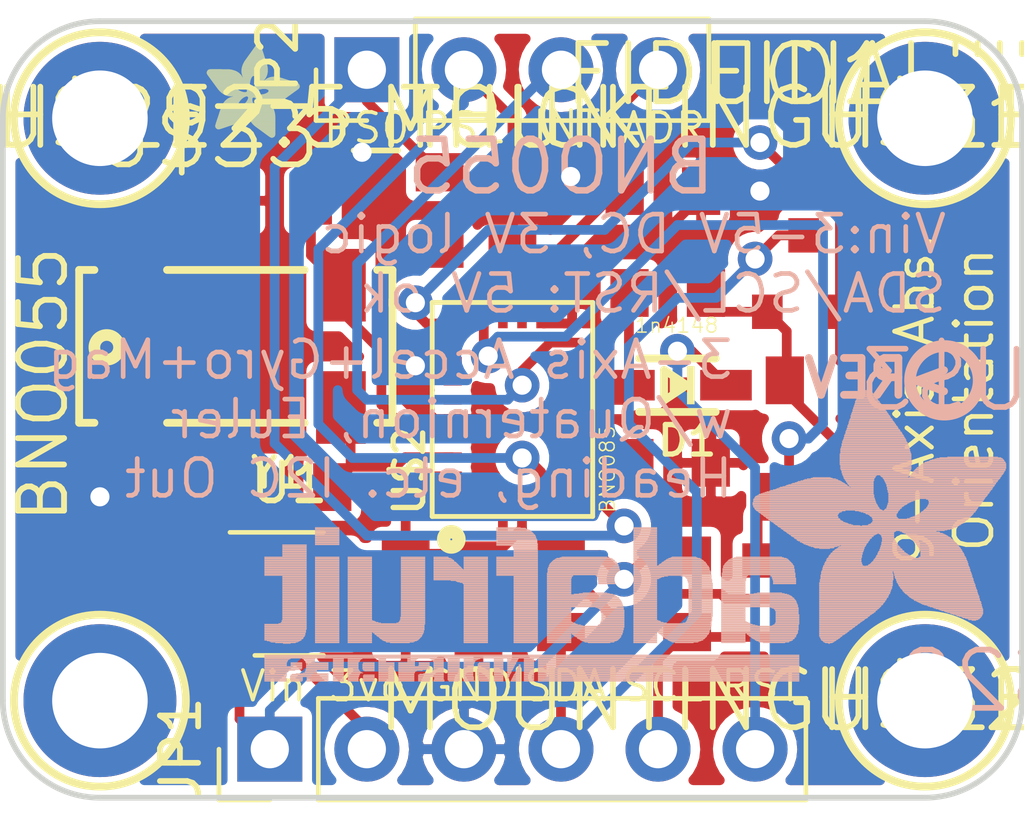
<source format=kicad_pcb>
(kicad_pcb (version 4) (host pcbnew 4.0.7-e1-6374~58~ubuntu17.04.1)
  (layers (0 Top signal) (31 Bottom signal) (34 B.Paste user) (35 F.Paste user) (36 B.SilkS user hide) (37 F.SilkS user hide) (38 B.Mask user) (39 F.Mask user) (44 Edge.Cuts user))
  (net 0 "")
  (net 1 GND)
  (net 2 /N$1)
  (net 3 /N$2)
  (net 4 +3V3)
  (net 5 +5V)
  (net 6 /SCL_5V)
  (net 7 /RST_5V)
  (net 8 /PS0_3V)
  (net 9 /PS1_3V)
  (net 10 /INT_3V)
  (net 11 /I2CADDR_3V)
  (net 12 /SDA_3V)
  (net 13 /SCL_3V)
  (net 14 /NRESET_3V)
  (net 15 /SDA_5V)
  (net 16 /N$3)
  (module FIDUCIAL_1MM (layer Top) (at 147.828 82.677)
    (fp_text reference FID1 (at 0 0) (layer F.SilkS))
    (fp_text value FIDUCIAL"" (at 0 0) (layer F.SilkS))
    (pad 1 smd circle (at 0 0) (size 1 1) (layers Top F.Paste F.Mask))
  )
  (module FIDUCIAL_1MM (layer Top) (at 128.651 95.758)
    (fp_text reference FID2 hide)
    (fp_text value FIDUCIAL"" hide)
    (pad 1 smd circle (at 0 0) (size 1 1) (layers Top F.Paste F.Mask))
  )
  (module MOUNTINGHOLE_2.5_PLATED_THICK (layer Top) (at 129.54 83.82)
    (fp_text reference U$29 (at 0 0) (layer F.SilkS))
    (fp_text value MOUNTINGHOLE2.5_THICK (at 0 0) (layer F.SilkS))
    (pad P$1 thru_hole circle (at 0 0) (size 4 4) (drill 2.5) (layers *.Cu *.Mask))
  )
  (module MOUNTINGHOLE_2.5_PLATED_THICK (layer Top) (at 129.54 99.06)
    (fp_text reference U$30 hide)
    (fp_text value MOUNTINGHOLE2.5_THICK hide)
    (pad P$1 thru_hole circle (at 0 0) (size 4 4) (drill 2.5) (layers *.Cu *.Mask))
  )
  (module MOUNTINGHOLE_2.5_PLATED_THICK (layer Top) (at 151.13 83.82)
    (fp_text reference U$31 (at 0 0) (layer F.SilkS))
    (fp_text value MOUNTINGHOLE2.5_THICK (at 0 0) (layer F.SilkS))
    (pad P$1 thru_hole circle (at 0 0) (size 4 4) (drill 2.5) (layers *.Cu *.Mask))
  )
  (module MOUNTINGHOLE_2.5_PLATED_THICK (layer Top) (at 151.13 99.06)
    (fp_text reference U$32 (at 0 0) (layer F.SilkS))
    (fp_text value MOUNTINGHOLE2.5_THICK (at 0 0) (layer F.SilkS))
    (pad P$1 thru_hole circle (at 0 0) (size 4 4) (drill 2.5) (layers *.Cu *.Mask))
  )
  (module PCBFEAT-REV-040 (layer Bottom) (at 151.638 90.678 180)
    (fp_text reference U$3 (at 0 0 180) (layer B.SilkS) (effects (justify mirror)))
    (fp_text value "" (at 0 0 180) (layer B.SilkS) (effects (justify mirror)))
    (fp_text user >REV (at -0.3556 -0.508 180) (layer B.SilkS) (effects (font (size 0.9652 0.9652) (thickness 0.2032)) (justify left bottom mirror)))
  )
  (module ADAFRUIT_TEXT_20MM (layer Bottom) (at 153.416 98.552 180)
    (fp_text reference U$28 (at 0 0 180) (layer B.SilkS) (effects (justify mirror)))
    (fp_text value "" (at 0 0 180) (layer B.SilkS) (effects (justify mirror)))
  )
  (module ADAFRUIT_2.5MM (layer Top) (at 132.334 84.328)
    (fp_text reference U$33 (at 0 0) (layer F.SilkS))
    (fp_text value "" (at 0 0) (layer F.SilkS))
  )
  (module KwanSystems:SMD_0805 (layer Top) (at 144.399 88.392 180)
    (fp_text reference R10)
    (fp_text value 10K)
    (pad 1 smd rect (at -1 0 180) (size 1 1.25) (layers Top F.Paste F.Mask) (net 4 +3V3))
    (pad 2 smd rect (at 1 0 180) (size 1 1.25) (layers Top F.Paste F.Mask) (net 14 /NRESET_3V))
  )
  (module KwanSystems:SMD_0805 (layer Top) (at 131.318 94.488 90)
    (fp_text reference C5)
    (fp_text value 10uF)
    (pad 1 smd rect (at -1 0 90) (size 1 1.25) (layers Top F.Paste F.Mask) (net 5 +5V))
    (pad 2 smd rect (at 1 0 90) (size 1 1.25) (layers Top F.Paste F.Mask) (net 1 GND))
  )
  (module KwanSystems:SMD_0805 (layer Top) (at 144.526 92.837 180)
    (fp_text reference C3)
    (fp_text value 0.1uF)
    (pad 1 smd rect (at -1 0 180) (size 1 1.25) (layers Top F.Paste F.Mask) (net 1 GND))
    (pad 2 smd rect (at 1 0 180) (size 1 1.25) (layers Top F.Paste F.Mask) (net 16 /N$3))
  )
  (module KwanSystems:SMD_0805 (layer Top) (at 134.112 85.979)
    (fp_text reference C2)
    (fp_text value 22pF)
    (pad 1 smd rect (at -1 0) (size 1 1.25) (layers Top F.Paste F.Mask) (net 1 GND))
    (pad 2 smd rect (at 1 0) (size 1 1.25) (layers Top F.Paste F.Mask) (net 3 /N$2))
  )
  (module KwanSystems:SMD_0805 (layer Top) (at 134.62 93.472)
    (fp_text reference C1)
    (fp_text value 22pF)
    (pad 1 smd rect (at -1 0) (size 1 1.25) (layers Top F.Paste F.Mask) (net 1 GND))
    (pad 2 smd rect (at 1 0) (size 1 1.25) (layers Top F.Paste F.Mask) (net 2 /N$1))
  )
  (module KwanSystems:SMD_0805 (layer Top) (at 148.209 93.726 180)
    (fp_text reference R7)
    (fp_text value 10K)
    (pad 1 smd rect (at -1 0 180) (size 1 1.25) (layers Top F.Paste F.Mask) (net 4 +3V3))
    (pad 2 smd rect (at 1 0 180) (size 1 1.25) (layers Top F.Paste F.Mask) (net 13 /SCL_3V))
  )
  (module KwanSystems:SMD_0805 (layer Top) (at 148.463 90.678)
    (fp_text reference R6)
    (fp_text value 10K)
    (pad 1 smd rect (at -1 0) (size 1 1.25) (layers Top F.Paste F.Mask) (net 4 +3V3))
    (pad 2 smd rect (at 1 0) (size 1 1.25) (layers Top F.Paste F.Mask) (net 12 /SDA_3V))
  )
  (module KwanSystems:SMD_0805 (layer Top) (at 144.272 85.725)
    (fp_text reference R5)
    (fp_text value 10K)
    (pad 1 smd rect (at -1 0) (size 1 1.25) (layers Top F.Paste F.Mask) (net 11 /I2CADDR_3V))
    (pad 2 smd rect (at 1 0) (size 1 1.25) (layers Top F.Paste F.Mask) (net 1 GND))
  )
  (module KwanSystems:SMD_0805 (layer Top) (at 140.335 86.36 270)
    (fp_text reference R4)
    (fp_text value 10K)
    (pad 1 smd rect (at -1 0 270) (size 1 1.25) (layers Top F.Paste F.Mask) (net 9 /PS1_3V))
    (pad 2 smd rect (at 1 0 270) (size 1 1.25) (layers Top F.Paste F.Mask) (net 1 GND))
  )
  (module KwanSystems:SMD_0805 (layer Top) (at 138.43 86.233 270)
    (fp_text reference R3)
    (fp_text value 10K)
    (pad 1 smd rect (at -1 0 270) (size 1 1.25) (layers Top F.Paste F.Mask) (net 8 /PS0_3V))
    (pad 2 smd rect (at 1 0 270) (size 1 1.25) (layers Top F.Paste F.Mask) (net 1 GND))
  )
  (module TO_SOT_Packages_SMD:SOT-23-5 (layer Top) (at 134.493 96.266)
    (fp_text reference U1 (at 0 -2.9) (layer F.SilkS))
    (fp_text value MIC5225)
    (pad 1 smd rect (at -1.1 -0.95) (size 1.06 0.65) (layers Top F.Paste F.Mask) (net 5 +5V))
    (pad 2 smd rect (at -1.1 0) (size 1.06 0.65) (layers Top F.Paste F.Mask) (net 1 GND))
    (pad 3 smd rect (at -1.1 0.95) (size 1.06 0.65) (layers Top F.Paste F.Mask) (net 5 +5V))
    (pad 4 smd rect (at 1.1 0.95) (size 1.06 0.65) (layers Top F.Paste F.Mask))
    (pad 5 smd rect (at 1.1 -0.95) (size 1.06 0.65) (layers Top F.Paste F.Mask) (net 4 +3V3))
  )
  (module KwanSystems:SOD-323 (layer Top) (at 144.653 90.805 180)
    (fp_text reference D1 (at -1.1 -1 360) (layer F.SilkS) (effects (font (size 0.77216 0.77216) (thickness 0.138988)) (justify right top)))
    (fp_text value 1n4148 (at -1.1 1.792 360) (layer F.SilkS) (effects (font (size 0.38608 0.38608) (thickness 0.038608)) (justify right top)))
    (pad 1 smd rect (at -1.27 0 180) (size 1.35 0.8) (layers Top F.Paste F.Mask) (net 7 /RST_5V))
    (pad 2 smd rect (at 1.27 0 180) (size 1.35 0.8) (layers Top F.Paste F.Mask) (net 14 /NRESET_3V))
  )
  (module KwanSystems:SOT-23 (layer Top) (at 147.955 87.884 90)
    (fp_text reference Q1 hide)
    (fp_text value BSS138)
    (pad 1 smd rect (at -1 -0.95 90) (size 0.9 0.8) (layers Top F.Paste F.Mask) (net 4 +3V3))
    (pad 2 smd rect (at -1 0.95 90) (size 0.9 0.8) (layers Top F.Paste F.Mask) (net 12 /SDA_3V))
    (pad 3 smd rect (at 1 0 90) (size 0.9 0.8) (layers Top F.Paste F.Mask) (net 15 /SDA_5V))
  )
  (module KwanSystems:SOT-23 (layer Top) (at 147.701 96.393 270)
    (fp_text reference Q2 hide)
    (fp_text value BSS138)
    (pad 1 smd rect (at -1 -0.95 270) (size 0.9 0.8) (layers Top F.Paste F.Mask) (net 4 +3V3))
    (pad 2 smd rect (at -1 0.95 270) (size 0.9 0.8) (layers Top F.Paste F.Mask) (net 13 /SCL_3V))
    (pad 3 smd rect (at 1 0 270) (size 0.9 0.8) (layers Top F.Paste F.Mask) (net 6 /SCL_5V))
  )
  (module Pin_Headers:Pin_Header_Straight_1x04_Pitch2.54mm (layer Top) (at 136.525 82.55 90)
    (fp_text reference JP2 (at 0 -2.33 90) (layer F.SilkS))
    (fp_text value ~)
    (pad 1 thru_hole rect (at 0 0 90) (size 1.7 1.7) (drill 1) (layers *.Cu *.Mask) (net 8 /PS0_3V))
    (pad 2 thru_hole oval (at 0 2.54 90) (size 1.7 1.7) (drill 1) (layers *.Cu *.Mask) (net 9 /PS1_3V))
    (pad 3 thru_hole oval (at 0 5.08 90) (size 1.7 1.7) (drill 1) (layers *.Cu *.Mask) (net 10 /INT_3V))
    (pad 4 thru_hole oval (at 0 7.62 90) (size 1.7 1.7) (drill 1) (layers *.Cu *.Mask) (net 11 /I2CADDR_3V))
  )
  (module KwanSystems:SMD_0805 (layer Top) (at 137.541 96.266 270)
    (fp_text reference C6)
    (fp_text value 10uF)
    (pad 1 smd rect (at -1 0 270) (size 1 1.25) (layers Top F.Paste F.Mask) (net 4 +3V3))
    (pad 2 smd rect (at 1 0 270) (size 1 1.25) (layers Top F.Paste F.Mask) (net 1 GND))
  )
  (module KwanSystems:SMD_0805 (layer Top) (at 139.446 96.393 90)
    (fp_text reference C4)
    (fp_text value 0.1uF)
    (pad 1 smd rect (at -1 0 90) (size 1 1.25) (layers Top F.Paste F.Mask) (net 1 GND))
    (pad 2 smd rect (at 1 0 90) (size 1 1.25) (layers Top F.Paste F.Mask) (net 4 +3V3))
  )
  (module KwanSystems:SMD_0805 (layer Top) (at 144.907 96.266 270)
    (fp_text reference R9)
    (fp_text value 10K)
    (pad 1 smd rect (at -1 0 270) (size 1 1.25) (layers Top F.Paste F.Mask) (net 5 +5V))
    (pad 2 smd rect (at 1 0 270) (size 1 1.25) (layers Top F.Paste F.Mask) (net 6 /SCL_5V))
  )
  (module KwanSystems:SMD_0805 (layer Top) (at 141.605 96.266 270)
    (fp_text reference R8)
    (fp_text value 10K)
    (pad 1 smd rect (at -1 0 270) (size 1 1.25) (layers Top F.Paste F.Mask) (net 5 +5V))
    (pad 2 smd rect (at 1 0 270) (size 1 1.25) (layers Top F.Paste F.Mask) (net 15 /SDA_5V))
  )
  (module Pin_Headers:Pin_Header_Straight_1x06_Pitch2.54mm (layer Top) (at 133.985 100.33 90)
    (fp_text reference JP1 (at 0 -2.33 90) (layer F.SilkS))
    (fp_text value ~)
    (pad 1 thru_hole rect (at 0 0 90) (size 1.7 1.7) (drill 1) (layers *.Cu *.Mask) (net 5 +5V))
    (pad 2 thru_hole oval (at 0 2.54 90) (size 1.7 1.7) (drill 1) (layers *.Cu *.Mask) (net 4 +3V3))
    (pad 3 thru_hole oval (at 0 5.08 90) (size 1.7 1.7) (drill 1) (layers *.Cu *.Mask) (net 1 GND))
    (pad 4 thru_hole oval (at 0 7.62 90) (size 1.7 1.7) (drill 1) (layers *.Cu *.Mask) (net 15 /SDA_5V))
    (pad 5 thru_hole oval (at 0 10.16 90) (size 1.7 1.7) (drill 1) (layers *.Cu *.Mask) (net 6 /SCL_5V))
    (pad 6 thru_hole oval (at 0 12.7 90) (size 1.7 1.7) (drill 1) (layers *.Cu *.Mask) (net 7 /RST_5V))
  )
  (module KwanSystems:BNO055 (layer Top) (at 140.335 91.44 90)
    (fp_text reference U$2 (at -2.84 -2.248 90) (layer F.SilkS) (effects (font (size 0.77216 0.77216) (thickness 0.138988)) (justify left bottom)))
    (fp_text value BNO085 (at -2.74 2.71 90) (layer F.SilkS) (effects (font (size 0.38608 0.38608) (thickness 0.038608)) (justify left bottom)))
    (pad 1 smd rect (at -2.25 -1.5625 90) (size 0.25 0.475) (layers Top F.Paste F.Mask))
    (pad 2 smd rect (at -2.3125 -0.75 90) (size 0.375 0.25) (layers Top F.Paste F.Mask) (net 1 GND))
    (pad 3 smd rect (at -2.3125 -0.25 90) (size 0.375 0.25) (layers Top F.Paste F.Mask) (net 4 +3V3))
    (pad 4 smd rect (at -2.3125 0.25 90) (size 0.375 0.25) (layers Top F.Paste F.Mask) (net 4 +3V3))
    (pad 5 smd rect (at -2.3125 0.75 90) (size 0.375 0.25) (layers Top F.Paste F.Mask) (net 9 /PS1_3V))
    (pad 6 smd rect (at -2.25 1.5625 90) (size 0.25 0.475) (layers Top F.Paste F.Mask) (net 8 /PS0_3V))
    (pad 7 smd rect (at -1.75 1.5625 90) (size 0.25 0.475) (layers Top F.Paste F.Mask))
    (pad 8 smd rect (at -1.25 1.5625 90) (size 0.25 0.475) (layers Top F.Paste F.Mask))
    (pad 9 smd rect (at -0.75 1.5625 90) (size 0.25 0.475) (layers Top F.Paste F.Mask) (net 16 /N$3))
    (pad 10 smd rect (at -0.25 1.5625 90) (size 0.25 0.475) (layers Top F.Paste F.Mask) (net 1 GND))
    (pad 11 smd rect (at 0.25 1.5625 90) (size 0.25 0.475) (layers Top F.Paste F.Mask) (net 14 /NRESET_3V))
    (pad 12 smd rect (at 0.75 1.5625 90) (size 0.25 0.475) (layers Top F.Paste F.Mask))
    (pad 13 smd rect (at 1.25 1.5625 90) (size 0.25 0.475) (layers Top F.Paste F.Mask))
    (pad 14 smd rect (at 1.75 1.5625 90) (size 0.25 0.475) (layers Top F.Paste F.Mask) (net 10 /INT_3V))
    (pad 15 smd rect (at 2.25 1.5625 90) (size 0.25 0.475) (layers Top F.Paste F.Mask) (net 1 GND))
    (pad 16 smd rect (at 2.3125 0.75 90) (size 0.375 0.25) (layers Top F.Paste F.Mask) (net 1 GND))
    (pad 17 smd rect (at 2.3125 0.25 90) (size 0.375 0.25) (layers Top F.Paste F.Mask) (net 11 /I2CADDR_3V))
    (pad 18 smd rect (at 2.3125 -0.25 90) (size 0.375 0.25) (layers Top F.Paste F.Mask) (net 1 GND))
    (pad 19 smd rect (at 2.3125 -0.75 90) (size 0.375 0.25) (layers Top F.Paste F.Mask) (net 13 /SCL_3V))
    (pad 20 smd rect (at 2.25 -1.5625 90) (size 0.25 0.475) (layers Top F.Paste F.Mask) (net 12 /SDA_3V))
    (pad 21 smd rect (at 1.75 -1.5625 90) (size 0.25 0.475) (layers Top F.Paste F.Mask))
    (pad 22 smd rect (at 1.25 -1.5625 90) (size 0.25 0.475) (layers Top F.Paste F.Mask))
    (pad 23 smd rect (at 0.75 -1.5625 90) (size 0.25 0.475) (layers Top F.Paste F.Mask))
    (pad 24 smd rect (at 0.25 -1.5625 90) (size 0.25 0.475) (layers Top F.Paste F.Mask))
    (pad 25 smd rect (at -0.25 -1.5625 90) (size 0.25 0.475) (layers Top F.Paste F.Mask) (net 1 GND))
    (pad 26 smd rect (at -0.75 -1.5625 90) (size 0.25 0.475) (layers Top F.Paste F.Mask) (net 3 /N$2))
    (pad 27 smd rect (at -1.25 -1.5625 90) (size 0.25 0.475) (layers Top F.Paste F.Mask) (net 2 /N$1))
    (pad 28 smd rect (at -1.75 -1.5625 90) (size 0.25 0.475) (layers Top F.Paste F.Mask) (net 4 +3V3))
  )
  (module KwanSystems:CRYSTAL_8X3.8 (layer Top) (at 133.096 89.789 180)
    (fp_text reference Y1 (at -1.9 -2.854 360) (layer F.SilkS) (effects (font (size 0.77216 0.77216) (thickness 0.138988)) (justify right top)))
    (fp_text value 32.768kHz hide)
    (pad 2 smd rect (at -2.75 1.6 180) (size 1.3 1.9) (layers Top F.Paste F.Mask) (net 3 /N$2))
    (pad P$2 smd rect (at 2.75 1.6 180) (size 1.3 1.9) (layers Top F.Paste F.Mask))
    (pad P$3 smd rect (at 2.75 -1.6 180) (size 1.3 1.9) (layers Top F.Paste F.Mask))
    (pad 1 smd rect (at -2.75 -1.6 180) (size 1.3 1.9) (layers Top F.Paste F.Mask) (net 2 /N$1))
  )
  (gr_line (start 129.54 81.28) (end 151.13 81.28) (layer Edge.Cuts) (width 0.15))
  (gr_arc (start 151.13 83.82) (end 151.13 81.28) (angle 90) (layer Edge.Cuts) (width 0.15))
  (gr_line (start 153.67 83.82) (end 153.67 99.06) (layer Edge.Cuts) (width 0.15))
  (gr_arc (start 151.13 99.06) (end 153.67 99.06) (angle 90) (layer Edge.Cuts) (width 0.15))
  (gr_line (start 151.13 101.6) (end 129.54 101.6) (layer Edge.Cuts) (width 0.15))
  (gr_arc (start 129.54 99.06) (end 129.54 101.6) (angle 90) (layer Edge.Cuts) (width 0.15))
  (gr_line (start 127 99.06) (end 127 83.82) (layer Edge.Cuts) (width 0.15))
  (gr_arc (start 129.54 83.82) (end 127 83.82) (angle 90) (layer Edge.Cuts) (width 0.15))
  (gr_text BNO055 (at 128.05 90.783 90) (layer F.SilkS) (effects (font (size 1.2065 1.2065) (thickness 0.1524))))
  (gr_text Vin (at 134.074 98.679) (layer F.SilkS) (effects (font (size 0.77216 0.77216) (thickness 0.097536))))
  (gr_text GND (at 139.187 98.679) (layer F.SilkS) (effects (font (size 0.77216 0.77216) (thickness 0.097536))))
  (gr_text SDA (at 141.727 98.679) (layer F.SilkS) (effects (font (size 0.77216 0.77216) (thickness 0.097536))))
  (gr_text SCL (at 144.267 98.679) (layer F.SilkS) (effects (font (size 0.77216 0.77216) (thickness 0.097536))))
  (gr_text INT (at 141.758 84.026) (layer F.SilkS) (effects (font (size 0.77216 0.77216) (thickness 0.097536))))
  (gr_text RST (at 146.847 98.679) (layer F.SilkS) (effects (font (size 0.77216 0.77216) (thickness 0.097536))))
  (gr_text PS0 (at 136.52 84.074) (layer F.SilkS) (effects (font (size 0.77216 0.77216) (thickness 0.097536))))
  (gr_text PS1 (at 139.06 84.074) (layer F.SilkS) (effects (font (size 0.77216 0.77216) (thickness 0.097536))))
  (gr_text 3vo (at 136.547 98.679) (layer F.SilkS) (effects (font (size 0.77216 0.77216) (thickness 0.097536))))
  (gr_text ADR (at 144.281 84.074) (layer F.SilkS) (effects (font (size 0.77216 0.77216) (thickness 0.097536))))
  (gr_text "9-Axis Abs.\nOrientation" (at 151.638 91.186 90) (layer F.SilkS) (effects (font (size 0.9652 0.9652) (thickness 0.12192))))
  (gr_text BNO055 (at 141.605 85.09) (layer B.SilkS) (effects (font (size 1.35128 1.35128) (thickness 0.170688)) (justify mirror)))
  (gr_text "Vin:3-5V DC, 3V logic\nSDA/SCL/RST: 5V ok" (at 151.765 87.63) (layer B.SilkS) (effects (font (size 0.9652 0.9652) (thickness 0.12192)) (justify left mirror)))
  (gr_text "3-Axis Accel+Gyro+Mag\nw/Quaternion, Euler\nHeading, etc. I2C Out" (at 146.177 91.694) (layer B.SilkS) (effects (font (size 0.9652 0.9652) (thickness 0.12192)) (justify left mirror)))
  (segment (start 143.002 87.122) (end 142.748 87.122) (width 0.254) (layer Top) (net 1))
  (segment (start 142.748 87.122) (end 142.24 87.63) (width 0.254) (layer Top) (net 1))
  (segment (start 142.24 87.63) (end 142.24 88.646) (width 0.254) (layer Top) (net 1))
  (segment (start 142.24 88.646) (end 142.0625 88.646) (width 0.254) (layer Top) (net 1))
  (segment (start 142.0625 88.646) (end 141.8975 88.811) (width 0.254) (layer Top) (net 1))
  (segment (start 141.8975 88.811) (end 141.8975 89.19) (width 0.254) (layer Top) (net 1))
  (segment (start 143.002 87.122) (end 143.002 87.18875) (width 0.254) (layer Top) (net 1))
  (segment (start 144 87.122) (end 143.002 87.122) (width 0.254) (layer Top) (net 1))
  (segment (start 145.272 85.85) (end 144 87.122) (width 0.254) (layer Top) (net 1))
  (segment (start 145.272 85.725) (end 145.272 85.85) (width 0.1524) (layer Top) (net 1))
  (segment (start 141.8975 88.9126) (end 141.8975 89.19) (width 0.1524) (layer Top) (net 1))
  (segment (start 141.859 85.344) (end 143.480601 83.722399) (width 0.254) (layer Bottom) (net 1))
  (segment (start 143.480601 83.722399) (end 147.163649 83.722399) (width 0.254) (layer Bottom) (net 1))
  (segment (start 147.163649 83.722399) (end 147.544601 84.103351) (width 0.254) (layer Bottom) (net 1))
  (segment (start 147.544601 84.103351) (end 147.544601 84.992399) (width 0.254) (layer Bottom) (net 1))
  (segment (start 147.544601 84.992399) (end 147.265199 85.271801) (width 0.254) (layer Bottom) (net 1))
  (segment (start 147.265199 85.271801) (end 146.812 85.725) (width 0.254) (layer Bottom) (net 1))
  (segment (start 140.208 87.233) (end 140.335 87.36) (width 0.254) (layer Top) (net 1))
  (via (at 146.812 85.725) (size 0.9064) (drill 0.5) (layers Top Bottom) (net 1))
  (segment (start 146.685 85.725) (end 146.812 85.598) (width 0.254) (layer Top) (net 1))
  (segment (start 145.272 85.725) (end 146.685 85.725) (width 0.254) (layer Top) (net 1))
  (via (at 141.859 85.344) (size 0.9064) (drill 0.5) (layers Top Bottom) (net 1))
  (segment (start 140.97 86.36) (end 141.986 85.344) (width 0.254) (layer Top) (net 1))
  (segment (start 140.462 86.36) (end 140.97 86.36) (width 0.254) (layer Top) (net 1))
  (segment (start 140.335 86.487) (end 140.462 86.36) (width 0.254) (layer Top) (net 1))
  (segment (start 140.335 87.36) (end 140.335 86.487) (width 0.254) (layer Top) (net 1))
  (segment (start 133.223 84.709) (end 133.112 84.82) (width 0.254) (layer Top) (net 1))
  (segment (start 133.112 84.82) (end 133.112 85.979) (width 0.254) (layer Top) (net 1))
  (segment (start 136.398 84.709) (end 133.223 84.709) (width 0.254) (layer Top) (net 1))
  (via (at 136.398 84.709) (size 0.9064) (drill 0.5) (layers Top Bottom) (net 1))
  (segment (start 138.7725 91.69) (end 138.299 91.69) (width 0.254) (layer Top) (net 1))
  (segment (start 138.299 91.69) (end 138.049 91.44) (width 0.254) (layer Top) (net 1))
  (segment (start 131.318 93.488) (end 129.778 93.488) (width 0.254) (layer Top) (net 1))
  (segment (start 129.778 93.488) (end 129.54 93.726) (width 0.254) (layer Top) (net 1))
  (via (at 129.54 93.726) (size 0.9064) (drill 0.5) (layers Top Bottom) (net 1))
  (segment (start 131.318 93.488) (end 131.193 93.488) (width 0.254) (layer Top) (net 1))
  (segment (start 139.585 93.7525) (end 139.585 92.087) (width 0.254) (layer Top) (net 1))
  (segment (start 139.585 92.087) (end 139.2555 91.7575) (width 0.254) (layer Top) (net 1))
  (segment (start 139.2555 91.7575) (end 139.188 91.69) (width 0.254) (layer Top) (net 1))
  (segment (start 139.188 91.69) (end 138.7725 91.69) (width 0.254) (layer Top) (net 1))
  (segment (start 140.085 89.1275) (end 140.085 87.56) (width 0.254) (layer Top) (net 1))
  (segment (start 140.085 87.56) (end 140.335 87.31) (width 0.254) (layer Top) (net 1))
  (segment (start 141.085 89.1275) (end 141.1475 89.19) (width 0.254) (layer Top) (net 1))
  (segment (start 141.1475 89.19) (end 141.8975 89.19) (width 0.254) (layer Top) (net 1))
  (segment (start 138.049 91.44) (end 138.049 90.424) (width 0.254) (layer Top) (net 1))
  (via (at 137.795 90.297) (size 0.9064) (drill 0.5) (layers Top Bottom) (net 1))
  (segment (start 137.922 90.043) (end 137.795 89.916) (width 0.254) (layer Bottom) (net 1))
  (segment (start 141.8975 91.69) (end 145.538 91.69) (width 0.254) (layer Top) (net 1))
  (segment (start 145.538 91.69) (end 145.542 91.694) (width 0.254) (layer Top) (net 1))
  (segment (start 145.542 91.694) (end 145.542 92.771) (width 0.254) (layer Top) (net 1))
  (segment (start 145.542 92.771) (end 145.476 92.837) (width 0.254) (layer Top) (net 1))
  (segment (start 141.8975 91.69) (end 139.323 91.69) (width 0.254) (layer Top) (net 1))
  (segment (start 139.323 91.69) (end 139.2555 91.7575) (width 0.254) (layer Top) (net 1))
  (segment (start 144.907 85.725) (end 145.222 85.725) (width 0.254) (layer Top) (net 1))
  (segment (start 138.7725 92.69) (end 137.528 92.69) (width 0.254) (layer Top) (net 2))
  (segment (start 136.1 92.942) (end 135.57 93.472) (width 0.254) (layer Top) (net 2))
  (segment (start 137.528 92.69) (end 137.276 92.942) (width 0.254) (layer Top) (net 2))
  (segment (start 137.276 92.942) (end 136.1 92.942) (width 0.254) (layer Top) (net 2))
  (segment (start 136.1 91.643) (end 136.1 92.942) (width 0.254) (layer Top) (net 2))
  (segment (start 135.846 91.389) (end 136.1 91.643) (width 0.254) (layer Top) (net 2))
  (segment (start 136.906 89.916) (end 135.846 88.856) (width 0.254) (layer Top) (net 3))
  (segment (start 135.062 87.405) (end 135.846 88.189) (width 0.254) (layer Top) (net 3))
  (segment (start 135.846 88.856) (end 135.846 88.189) (width 0.254) (layer Top) (net 3))
  (segment (start 138.7725 92.19) (end 137.783 92.19) (width 0.254) (layer Top) (net 3))
  (segment (start 137.783 92.19) (end 136.906 91.313) (width 0.254) (layer Top) (net 3))
  (segment (start 136.906 91.313) (end 136.906 89.916) (width 0.254) (layer Top) (net 3))
  (segment (start 135.062 87.405) (end 135.062 85.979) (width 0.254) (layer Top) (net 3))
  (segment (start 134.747 96.647) (end 134.735999 96.647) (width 0.254) (layer Top) (net 4))
  (segment (start 134.735999 96.647) (end 135.128 96.266) (width 0.254) (layer Top) (net 4))
  (segment (start 134.747 98.044) (end 134.747 97.813602) (width 0.254) (layer Top) (net 4))
  (segment (start 134.747 97.813602) (end 134.735999 97.802601) (width 0.254) (layer Top) (net 4))
  (segment (start 134.735999 97.802601) (end 134.735999 96.647) (width 0.254) (layer Top) (net 4))
  (segment (start 140.085 93.7525) (end 140.085 95.054) (width 0.254) (layer Top) (net 4))
  (segment (start 140.585 93.7525) (end 140.585 94.554) (width 0.254) (layer Top) (net 4))
  (segment (start 138.7725 93.19) (end 137.95 93.19) (width 0.254) (layer Top) (net 4))
  (segment (start 137.95 93.19) (end 137.541 93.599) (width 0.254) (layer Top) (net 4))
  (segment (start 139.319 95.216) (end 139.446 95.343) (width 0.254) (layer Top) (net 4))
  (segment (start 140.085 95.054) (end 140.585 94.554) (width 0.254) (layer Top) (net 4))
  (segment (start 140.085 95.054) (end 139.796 95.343) (width 0.254) (layer Top) (net 4))
  (segment (start 139.796 95.343) (end 139.446 95.343) (width 0.254) (layer Top) (net 4))
  (segment (start 148.651 94.234) (end 148.651 95.393) (width 0.254) (layer Top) (net 4))
  (segment (start 147.701 96.393) (end 148.651 95.443) (width 0.254) (layer Top) (net 4))
  (segment (start 148.651 95.443) (end 148.651 95.393) (width 0.254) (layer Top) (net 4))
  (segment (start 147.005 88.884) (end 147.513 89.392) (width 0.254) (layer Top) (net 4))
  (segment (start 145.349 88.392) (end 145.841 88.884) (width 0.254) (layer Top) (net 4))
  (segment (start 145.841 88.884) (end 147.005 88.884) (width 0.254) (layer Top) (net 4))
  (segment (start 147.513 89.392) (end 147.513 90.678) (width 0.254) (layer Top) (net 4))
  (segment (start 147.513 90.678) (end 147.513 90.998) (width 0.254) (layer Top) (net 4))
  (segment (start 147.513 90.998) (end 149.159 92.644) (width 0.254) (layer Top) (net 4))
  (segment (start 149.032 93.853) (end 149.159 93.726) (width 0.254) (layer Top) (net 4))
  (segment (start 149.159 93.726) (end 148.651 94.234) (width 0.254) (layer Top) (net 4))
  (segment (start 149.159 92.644) (end 149.159 93.726) (width 0.254) (layer Top) (net 4))
  (segment (start 145.923 96.393) (end 147.701 96.393) (width 0.254) (layer Top) (net 4))
  (segment (start 136.525 100.33) (end 136.525 99.822) (width 0.254) (layer Top) (net 4))
  (segment (start 136.525 99.822) (end 134.747 98.044) (width 0.254) (layer Top) (net 4))
  (segment (start 135.128 96.266) (end 142.367 96.266) (width 0.254) (layer Top) (net 4))
  (segment (start 142.367 96.266) (end 142.875 96.774) (width 0.254) (layer Top) (net 4))
  (segment (start 142.875 96.774) (end 143.637 96.774) (width 0.254) (layer Top) (net 4))
  (segment (start 143.637 96.774) (end 144.145 96.266) (width 0.254) (layer Top) (net 4))
  (segment (start 144.145 96.266) (end 145.796 96.266) (width 0.254) (layer Top) (net 4))
  (segment (start 145.796 96.266) (end 145.923 96.393) (width 0.254) (layer Top) (net 4))
  (segment (start 135.128 96.266) (end 135.7931 95.6009) (width 0.254) (layer Top) (net 4))
  (segment (start 135.7931 95.6009) (end 135.7931 95.316) (width 0.254) (layer Top) (net 4))
  (segment (start 135.7931 95.316) (end 137.441 95.316) (width 0.254) (layer Top) (net 4))
  (segment (start 137.541 93.599) (end 137.541 95.216) (width 0.254) (layer Top) (net 4))
  (segment (start 137.441 95.316) (end 137.541 95.216) (width 0.254) (layer Top) (net 4))
  (segment (start 137.541 95.216) (end 139.319 95.216) (width 0.254) (layer Top) (net 4))
  (segment (start 133.985 100.33) (end 133.1929 99.5379) (width 0.254) (layer Top) (net 5))
  (segment (start 133.1929 99.5379) (end 133.1929 97.216) (width 0.254) (layer Top) (net 5))
  (segment (start 133.1929 95.316) (end 132.395 95.316) (width 0.254) (layer Top) (net 5))
  (segment (start 140.97 98.171) (end 135.128 98.171) (width 0.254) (layer Bottom) (net 5))
  (segment (start 135.128 98.171) (end 133.985 99.314) (width 0.254) (layer Bottom) (net 5))
  (segment (start 133.985 99.314) (end 133.985 100.33) (width 0.254) (layer Bottom) (net 5))
  (segment (start 133.1929 97.216) (end 131.633 97.216) (width 0.254) (layer Top) (net 5))
  (segment (start 131.633 97.216) (end 131.318 96.901) (width 0.254) (layer Top) (net 5))
  (segment (start 131.318 96.901) (end 131.318 95.438) (width 0.254) (layer Top) (net 5))
  (segment (start 132.395 95.316) (end 132.273 95.438) (width 0.254) (layer Top) (net 5))
  (segment (start 132.273 95.438) (end 131.318 95.438) (width 0.254) (layer Top) (net 5))
  (via (at 143.256 95.885) (size 0.9064) (drill 0.5) (layers Top Bottom) (net 5))
  (segment (start 143.256 95.885) (end 140.97 98.171) (width 0.254) (layer Bottom) (net 5))
  (segment (start 141.605 95.25) (end 142.621 95.25) (width 0.254) (layer Top) (net 5))
  (segment (start 142.621 95.25) (end 143.256 95.885) (width 0.254) (layer Top) (net 5))
  (segment (start 143.891 95.25) (end 143.256 95.885) (width 0.254) (layer Top) (net 5))
  (segment (start 144.907 95.25) (end 143.891 95.25) (width 0.254) (layer Top) (net 5))
  (segment (start 144.145 97.978) (end 144.841 97.282) (width 0.254) (layer Top) (net 6))
  (segment (start 144.841 97.282) (end 144.907 97.282) (width 0.254) (layer Top) (net 6))
  (segment (start 144.907 97.282) (end 145.018 97.393) (width 0.254) (layer Top) (net 6))
  (segment (start 145.018 97.393) (end 147.701 97.393) (width 0.254) (layer Top) (net 6))
  (segment (start 144.145 100.33) (end 144.145 97.978) (width 0.254) (layer Top) (net 6))
  (segment (start 146.685 100.33) (end 146.685 92.964) (width 0.254) (layer Bottom) (net 7))
  (via (at 144.653 89.916) (size 0.9064) (drill 0.5) (layers Top Bottom) (net 7))
  (segment (start 146.685 92.964) (end 144.653 90.932) (width 0.254) (layer Bottom) (net 7))
  (segment (start 144.653 90.932) (end 144.653 89.916) (width 0.254) (layer Bottom) (net 7))
  (segment (start 145.923 90.805) (end 145.034 89.916) (width 0.254) (layer Top) (net 7))
  (segment (start 145.034 89.916) (end 144.653 89.916) (width 0.254) (layer Top) (net 7))
  (segment (start 136.525 82.55) (end 136.525 83.378) (width 0.254) (layer Top) (net 8))
  (segment (start 136.525 83.378) (end 138.43 85.283) (width 0.254) (layer Top) (net 8))
  (segment (start 141.8975 93.69) (end 142.458 93.69) (width 0.254) (layer Top) (net 8))
  (via (at 143.256 94.488) (size 0.9064) (drill 0.5) (layers Top Bottom) (net 8))
  (segment (start 136.525 82.55) (end 136.525 82.677) (width 0.254) (layer Bottom) (net 8))
  (segment (start 136.525 82.677) (end 134.112 85.09) (width 0.254) (layer Bottom) (net 8))
  (segment (start 134.112 85.09) (end 134.112 92.329) (width 0.254) (layer Bottom) (net 8))
  (segment (start 134.112 92.329) (end 136.525 94.742) (width 0.254) (layer Bottom) (net 8))
  (segment (start 136.525 94.742) (end 143.002 94.742) (width 0.254) (layer Bottom) (net 8))
  (segment (start 143.002 94.742) (end 143.256 94.488) (width 0.254) (layer Bottom) (net 8))
  (segment (start 142.458 93.69) (end 143.256 94.488) (width 0.254) (layer Top) (net 8))
  (segment (start 139.065 82.55) (end 140.335 83.82) (width 0.254) (layer Top) (net 9))
  (segment (start 140.335 83.82) (end 140.335 85.41) (width 0.254) (layer Top) (net 9))
  (segment (start 141.085 93.7525) (end 141.085 93.079) (width 0.254) (layer Top) (net 9))
  (segment (start 141.085 93.079) (end 140.716 92.71) (width 0.254) (layer Top) (net 9))
  (segment (start 140.716 92.71) (end 140.589 92.71) (width 0.254) (layer Top) (net 9))
  (via (at 140.589 92.71) (size 0.9064) (drill 0.5) (layers Top Bottom) (net 9))
  (segment (start 140.589 92.71) (end 136.144 92.71) (width 0.254) (layer Bottom) (net 9))
  (segment (start 136.144 92.71) (end 135.255 91.821) (width 0.254) (layer Bottom) (net 9))
  (segment (start 135.255 91.821) (end 135.255 87.249) (width 0.254) (layer Bottom) (net 9))
  (segment (start 135.255 87.249) (end 139.065 83.439) (width 0.254) (layer Bottom) (net 9))
  (segment (start 139.065 83.439) (end 139.065 82.55) (width 0.254) (layer Bottom) (net 9))
  (segment (start 141.8975 89.69) (end 141.323 89.69) (width 0.254) (layer Top) (net 10))
  (segment (start 141.323 89.69) (end 140.589 90.424) (width 0.254) (layer Top) (net 10))
  (segment (start 140.589 90.424) (end 140.589 90.805) (width 0.254) (layer Top) (net 10))
  (via (at 140.589 90.805) (size 0.9064) (drill 0.5) (layers Top Bottom) (net 10))
  (segment (start 136.525 91.186) (end 140.208 91.186) (width 0.254) (layer Bottom) (net 10))
  (segment (start 140.208 91.186) (end 140.589 90.805) (width 0.254) (layer Bottom) (net 10))
  (segment (start 136.271 87.63) (end 141.351 82.55) (width 0.254) (layer Bottom) (net 10))
  (segment (start 141.351 82.55) (end 141.605 82.55) (width 0.254) (layer Bottom) (net 10))
  (segment (start 136.525 91.186) (end 136.271 90.932) (width 0.254) (layer Bottom) (net 10))
  (segment (start 136.271 90.932) (end 136.271 87.63) (width 0.254) (layer Bottom) (net 10))
  (segment (start 141.224 88.392) (end 140.716 88.392) (width 0.254) (layer Top) (net 11))
  (segment (start 140.716 88.392) (end 140.585 88.523) (width 0.254) (layer Top) (net 11))
  (segment (start 140.585 88.523) (end 140.585 89.1275) (width 0.254) (layer Top) (net 11))
  (segment (start 141.224 88.392) (end 141.605 88.011) (width 0.254) (layer Top) (net 11))
  (segment (start 141.605 88.011) (end 141.605 87.188) (width 0.254) (layer Top) (net 11))
  (segment (start 143.322 85.725) (end 143.322 83.373) (width 0.254) (layer Top) (net 11))
  (segment (start 143.322 83.373) (end 144.145 82.55) (width 0.254) (layer Top) (net 11))
  (segment (start 141.605 87.188) (end 143.068 85.725) (width 0.254) (layer Top) (net 11))
  (segment (start 143.068 85.725) (end 143.322 85.725) (width 0.254) (layer Top) (net 11))
  (segment (start 149.413 90.678) (end 148.905 90.17) (width 0.254) (layer Top) (net 12))
  (segment (start 148.905 90.17) (end 148.905 88.884) (width 0.254) (layer Top) (net 12))
  (segment (start 148.905 88.884) (end 148.905 85.913) (width 0.254) (layer Top) (net 12))
  (segment (start 148.905 85.913) (end 148.336 85.344) (width 0.254) (layer Top) (net 12))
  (segment (start 148.336 85.344) (end 147.701 85.344) (width 0.254) (layer Top) (net 12))
  (segment (start 147.701 85.344) (end 146.812 84.455) (width 0.254) (layer Top) (net 12))
  (via (at 146.812 84.455) (size 0.9064) (drill 0.5) (layers Top Bottom) (net 12))
  (segment (start 145.034 84.455) (end 146.812 84.455) (width 0.254) (layer Bottom) (net 12))
  (segment (start 138.7725 89.19) (end 138.085 89.19) (width 0.254) (layer Top) (net 12))
  (segment (start 138.085 89.19) (end 137.795 88.9) (width 0.254) (layer Top) (net 12))
  (segment (start 137.795 88.9) (end 137.795 88.646) (width 0.254) (layer Top) (net 12))
  (via (at 137.795 88.646) (size 0.9064) (drill 0.5) (layers Top Bottom) (net 12))
  (segment (start 139.7 86.741) (end 137.795 88.646) (width 0.254) (layer Bottom) (net 12))
  (segment (start 139.7 86.741) (end 142.748 86.741) (width 0.254) (layer Bottom) (net 12))
  (segment (start 142.748 86.741) (end 145.034 84.455) (width 0.254) (layer Bottom) (net 12))
  (segment (start 139.954 89.535) (end 141.732 89.535) (width 0.254) (layer Bottom) (net 13))
  (segment (start 139.7 89.789) (end 139.954 89.535) (width 0.254) (layer Bottom) (net 13))
  (segment (start 139.7 90.043) (end 139.7 89.789) (width 0.254) (layer Bottom) (net 13))
  (via (at 139.7 90.043) (size 0.9064) (drill 0.5) (layers Top Bottom) (net 13))
  (segment (start 139.585 89.928) (end 139.7 90.043) (width 0.254) (layer Top) (net 13))
  (segment (start 147.574 92.202) (end 147.574 93.66) (width 0.254) (layer Top) (net 13))
  (segment (start 147.574 93.66) (end 147.508 93.726) (width 0.254) (layer Top) (net 13))
  (segment (start 147.508 93.726) (end 147.259 93.726) (width 0.254) (layer Top) (net 13))
  (segment (start 147.259 93.726) (end 146.751 94.234) (width 0.254) (layer Top) (net 13))
  (via (at 147.574 92.202) (size 0.9064) (drill 0.5) (layers Top Bottom) (net 13))
  (segment (start 148.082 92.202) (end 147.574 92.202) (width 0.254) (layer Bottom) (net 13))
  (segment (start 148.463 91.821) (end 148.082 92.202) (width 0.254) (layer Bottom) (net 13))
  (segment (start 148.463 86.741) (end 148.463 91.821) (width 0.254) (layer Bottom) (net 13))
  (segment (start 148.336 86.614) (end 148.463 86.741) (width 0.254) (layer Bottom) (net 13))
  (segment (start 144.653 86.614) (end 148.336 86.614) (width 0.254) (layer Bottom) (net 13))
  (segment (start 141.732 89.535) (end 144.653 86.614) (width 0.254) (layer Bottom) (net 13))
  (segment (start 146.751 94.234) (end 146.751 95.393) (width 0.254) (layer Top) (net 13))
  (segment (start 139.585 89.1275) (end 139.585 89.928) (width 0.254) (layer Top) (net 13))
  (segment (start 143.449 88.392) (end 143.383 88.326) (width 0.254) (layer Top) (net 14))
  (segment (start 143.383 88.326) (end 143.383 90.805) (width 0.254) (layer Top) (net 14))
  (segment (start 143.383 91.059) (end 143.383 90.805) (width 0.254) (layer Top) (net 14))
  (segment (start 143.252 91.19) (end 143.383 91.059) (width 0.254) (layer Top) (net 14))
  (segment (start 141.8975 91.19) (end 143.252 91.19) (width 0.254) (layer Top) (net 14))
  (segment (start 141.605 97.282) (end 141.605 100.33) (width 0.254) (layer Top) (net 15))
  (via (at 146.685 87.503) (size 0.9064) (drill 0.5) (layers Top Bottom) (net 15))
  (segment (start 146.685 87.503) (end 147.304 86.884) (width 0.254) (layer Top) (net 15))
  (segment (start 147.304 86.884) (end 147.955 86.884) (width 0.254) (layer Top) (net 15))
  (segment (start 145.669 88.519) (end 146.685 87.503) (width 0.254) (layer Bottom) (net 15))
  (segment (start 144.653 88.519) (end 145.669 88.519) (width 0.254) (layer Bottom) (net 15))
  (segment (start 143.383 89.789) (end 144.653 88.519) (width 0.254) (layer Bottom) (net 15))
  (segment (start 141.605 100.33) (end 145.161 96.774) (width 0.254) (layer Bottom) (net 15))
  (segment (start 145.161 96.774) (end 145.161 93.599) (width 0.254) (layer Bottom) (net 15))
  (segment (start 145.161 93.599) (end 143.383 91.821) (width 0.254) (layer Bottom) (net 15))
  (segment (start 143.383 91.821) (end 143.383 89.789) (width 0.254) (layer Bottom) (net 15))
  (segment (start 141.8975 92.19) (end 142.929 92.19) (width 0.254) (layer Top) (net 16))
  (segment (start 142.929 92.19) (end 143.576 92.837) (width 0.254) (layer Top) (net 16))
  (zone (net 1) (net_name GND) (layer Bottom) (priority 6) (connect_pads (clearance 0.254)) (min_thickness 0.254) (fill yes (arc_segments 32) (thermal_gap 0.254025) (thermal_bridge_width 0.254025))
    (polygon (pts (xy 127 81.28) (xy 153.67 81.28) (xy 153.67 101.6) (xy 127 101.6)))
  )
  (zone (net 1) (net_name GND) (layer Top) (priority 6) (connect_pads (clearance 0.254)) (min_thickness 0.254) (fill yes (arc_segments 32) (thermal_gap 0.254025) (thermal_bridge_width 0.254025))
    (polygon (pts (xy 127 81.28) (xy 153.67 81.28) (xy 153.67 101.6) (xy 127 101.6)))
  )
)
</source>
